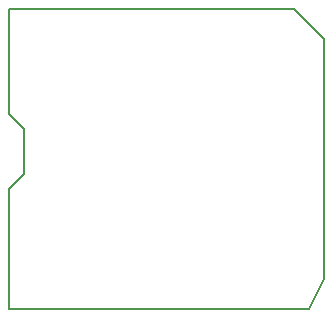
<source format=gbo>
G04 #@! TF.GenerationSoftware,KiCad,Pcbnew,6.0.0-rc1-unknown-r14177-12567c75*
G04 #@! TF.CreationDate,2018-10-23T17:28:43+02:00*
G04 #@! TF.ProjectId,pcbRadon,7063625261646F6E2E6B696361645F70,rev?*
G04 #@! TF.SameCoordinates,Original*
G04 #@! TF.FileFunction,Legend,Bot*
G04 #@! TF.FilePolarity,Positive*
%FSLAX46Y46*%
G04 Gerber Fmt 4.6, Leading zero omitted, Abs format (unit mm)*
G04 Created by KiCad (PCBNEW 6.0.0-rc1-unknown-r14177-12567c75) date Tue 23 Oct 2018 17:28:43 CEST*
%MOMM*%
%LPD*%
G01*
G04 APERTURE LIST*
%ADD10C,0.150000*%
G04 APERTURE END LIST*
D10*
G04 #@! TO.C,U1*
X132080000Y-97790000D02*
X132080000Y-93980000D01*
X132080000Y-93980000D02*
X130810000Y-92710000D01*
X130810000Y-92710000D02*
X130810000Y-83820000D01*
X132080000Y-83820000D02*
X154940000Y-83820000D01*
X154940000Y-83820000D02*
X157480000Y-86360000D01*
X157480000Y-86360000D02*
X157480000Y-106680000D01*
X157480000Y-106680000D02*
X156210000Y-109220000D01*
X156210000Y-109220000D02*
X130810000Y-109220000D01*
X130810000Y-109220000D02*
X130810000Y-99060000D01*
X130810000Y-99060000D02*
X132080000Y-97790000D01*
X130810000Y-83820000D02*
X132080000Y-83820000D01*
G04 #@! TD*
M02*

</source>
